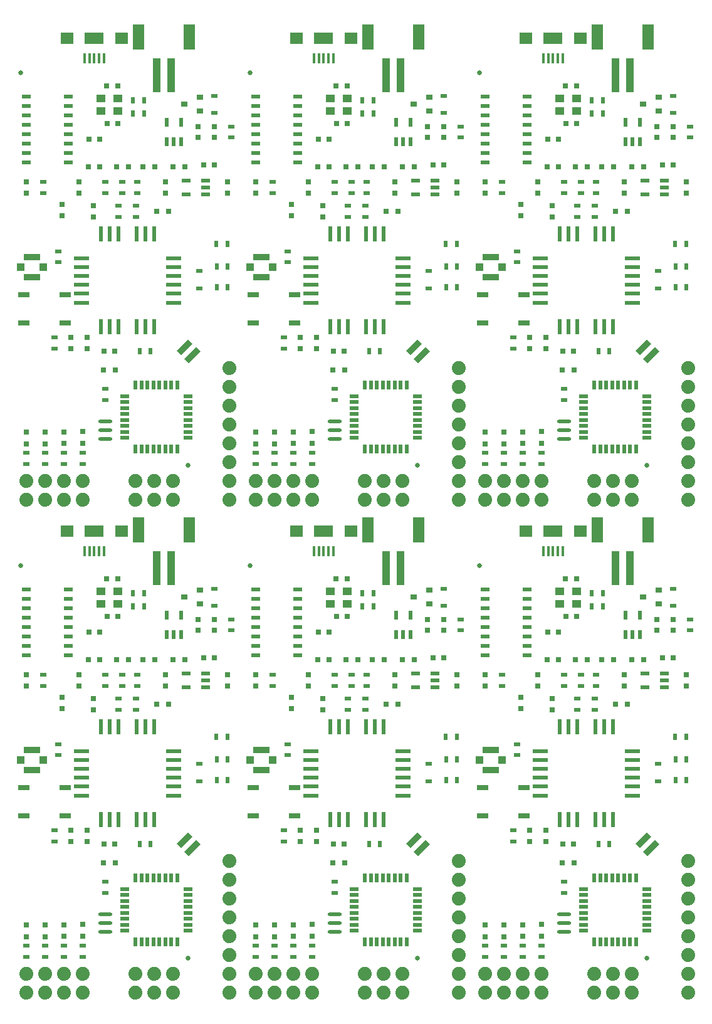
<source format=gtp>
G04 #@! TF.FileFunction,Paste,Top*
%FSLAX46Y46*%
G04 Gerber Fmt 4.6, Leading zero omitted, Abs format (unit mm)*
G04 Created by KiCad (PCBNEW 4.0.6) date 06/30/17 10:23:32*
%MOMM*%
%LPD*%
G01*
G04 APERTURE LIST*
%ADD10C,0.100000*%
%ADD11R,0.500000X0.900000*%
%ADD12R,1.198880X1.099820*%
%ADD13R,0.800000X0.750000*%
%ADD14R,0.900000X0.500000*%
%ADD15R,0.800000X0.800000*%
%ADD16R,0.750000X0.800000*%
%ADD17R,1.198880X0.548640*%
%ADD18R,0.548640X1.198880*%
%ADD19R,0.899160X0.797560*%
%ADD20R,0.828040X0.629920*%
%ADD21R,0.998220X4.599940*%
%ADD22R,1.597660X3.398520*%
%ADD23R,1.198880X0.599440*%
%ADD24C,0.635000*%
%ADD25R,0.398780X1.447800*%
%ADD26R,1.798320X1.498600*%
%ADD27R,2.499360X1.498600*%
%ADD28R,1.524000X0.762000*%
%ADD29R,2.199640X0.848360*%
%ADD30R,1.049020X0.998220*%
%ADD31O,1.905000X0.449580*%
%ADD32C,1.879600*%
%ADD33R,1.270000X0.558800*%
%ADD34R,0.558800X1.270000*%
%ADD35R,1.998980X0.599440*%
%ADD36R,0.599440X1.998980*%
G04 APERTURE END LIST*
D10*
D11*
X131720000Y-118274000D03*
X130220000Y-118274000D03*
X100732000Y-118274000D03*
X99232000Y-118274000D03*
X69744000Y-118274000D03*
X68244000Y-118274000D03*
X131720000Y-51726000D03*
X130220000Y-51726000D03*
X100732000Y-51726000D03*
X99232000Y-51726000D03*
D12*
X128173480Y-116220240D03*
X125826520Y-116220240D03*
X125826520Y-117967760D03*
X128173480Y-117967760D03*
X97185480Y-116220240D03*
X94838520Y-116220240D03*
X94838520Y-117967760D03*
X97185480Y-117967760D03*
X66197480Y-116220240D03*
X63850520Y-116220240D03*
X63850520Y-117967760D03*
X66197480Y-117967760D03*
X128173480Y-49672240D03*
X125826520Y-49672240D03*
X125826520Y-51419760D03*
X128173480Y-51419760D03*
X97185480Y-49672240D03*
X94838520Y-49672240D03*
X94838520Y-51419760D03*
X97185480Y-51419760D03*
D13*
X126670000Y-119674000D03*
X128170000Y-119674000D03*
X95682000Y-119674000D03*
X97182000Y-119674000D03*
X64694000Y-119674000D03*
X66194000Y-119674000D03*
X126670000Y-53126000D03*
X128170000Y-53126000D03*
X95682000Y-53126000D03*
X97182000Y-53126000D03*
D11*
X131720000Y-116524000D03*
X130220000Y-116524000D03*
X100732000Y-116524000D03*
X99232000Y-116524000D03*
X69744000Y-116524000D03*
X68244000Y-116524000D03*
X131720000Y-49976000D03*
X130220000Y-49976000D03*
X100732000Y-49976000D03*
X99232000Y-49976000D03*
D14*
X128720000Y-129020000D03*
X128720000Y-127520000D03*
X97732000Y-129020000D03*
X97732000Y-127520000D03*
X66744000Y-129020000D03*
X66744000Y-127520000D03*
X128720000Y-62472000D03*
X128720000Y-60972000D03*
X97732000Y-62472000D03*
X97732000Y-60972000D03*
X126492000Y-127520000D03*
X126492000Y-129020000D03*
X95504000Y-127520000D03*
X95504000Y-129020000D03*
X64516000Y-127520000D03*
X64516000Y-129020000D03*
X126492000Y-60972000D03*
X126492000Y-62472000D03*
X95504000Y-60972000D03*
X95504000Y-62472000D03*
D15*
X129578000Y-125476000D03*
X127978000Y-125476000D03*
X98590000Y-125476000D03*
X96990000Y-125476000D03*
X67602000Y-125476000D03*
X66002000Y-125476000D03*
X129578000Y-58928000D03*
X127978000Y-58928000D03*
X98590000Y-58928000D03*
X96990000Y-58928000D03*
D14*
X128220000Y-132224000D03*
X128220000Y-130724000D03*
X97232000Y-132224000D03*
X97232000Y-130724000D03*
X66244000Y-132224000D03*
X66244000Y-130724000D03*
X128220000Y-65676000D03*
X128220000Y-64176000D03*
X97232000Y-65676000D03*
X97232000Y-64176000D03*
X130620000Y-130724000D03*
X130620000Y-132224000D03*
X99632000Y-130724000D03*
X99632000Y-132224000D03*
X68644000Y-130724000D03*
X68644000Y-132224000D03*
X130620000Y-64176000D03*
X130620000Y-65676000D03*
X99632000Y-64176000D03*
X99632000Y-65676000D03*
X130810000Y-129020000D03*
X130810000Y-127520000D03*
X99822000Y-129020000D03*
X99822000Y-127520000D03*
X68834000Y-129020000D03*
X68834000Y-127520000D03*
X130810000Y-62472000D03*
X130810000Y-60972000D03*
X99822000Y-62472000D03*
X99822000Y-60972000D03*
D15*
X137198000Y-125476000D03*
X135598000Y-125476000D03*
X106210000Y-125476000D03*
X104610000Y-125476000D03*
X75222000Y-125476000D03*
X73622000Y-125476000D03*
X137198000Y-58928000D03*
X135598000Y-58928000D03*
X106210000Y-58928000D03*
X104610000Y-58928000D03*
D16*
X143002000Y-129020000D03*
X143002000Y-127520000D03*
X112014000Y-129020000D03*
X112014000Y-127520000D03*
X81026000Y-129020000D03*
X81026000Y-127520000D03*
X143002000Y-62472000D03*
X143002000Y-60972000D03*
X112014000Y-62472000D03*
X112014000Y-60972000D03*
D17*
X139981940Y-129219960D03*
X139981940Y-128270000D03*
X139981940Y-127320040D03*
X137386060Y-127320040D03*
X137386060Y-129219960D03*
X108993940Y-129219960D03*
X108993940Y-128270000D03*
X108993940Y-127320040D03*
X106398060Y-127320040D03*
X106398060Y-129219960D03*
X78005940Y-129219960D03*
X78005940Y-128270000D03*
X78005940Y-127320040D03*
X75410060Y-127320040D03*
X75410060Y-129219960D03*
X139981940Y-62671960D03*
X139981940Y-61722000D03*
X139981940Y-60772040D03*
X137386060Y-60772040D03*
X137386060Y-62671960D03*
X108993940Y-62671960D03*
X108993940Y-61722000D03*
X108993940Y-60772040D03*
X106398060Y-60772040D03*
X106398060Y-62671960D03*
D15*
X133420000Y-131474000D03*
X135020000Y-131474000D03*
X102432000Y-131474000D03*
X104032000Y-131474000D03*
X71444000Y-131474000D03*
X73044000Y-131474000D03*
X133420000Y-64926000D03*
X135020000Y-64926000D03*
X102432000Y-64926000D03*
X104032000Y-64926000D03*
X131534000Y-125476000D03*
X133134000Y-125476000D03*
X100546000Y-125476000D03*
X102146000Y-125476000D03*
X69558000Y-125476000D03*
X71158000Y-125476000D03*
X131534000Y-58928000D03*
X133134000Y-58928000D03*
X100546000Y-58928000D03*
X102146000Y-58928000D03*
D16*
X134620000Y-129020000D03*
X134620000Y-127520000D03*
X103632000Y-129020000D03*
X103632000Y-127520000D03*
X72644000Y-129020000D03*
X72644000Y-127520000D03*
X134620000Y-62472000D03*
X134620000Y-60972000D03*
X103632000Y-62472000D03*
X103632000Y-60972000D03*
D13*
X139712000Y-125222000D03*
X141212000Y-125222000D03*
X108724000Y-125222000D03*
X110224000Y-125222000D03*
X77736000Y-125222000D03*
X79236000Y-125222000D03*
X139712000Y-58674000D03*
X141212000Y-58674000D03*
X108724000Y-58674000D03*
X110224000Y-58674000D03*
D14*
X143470000Y-120024000D03*
X143470000Y-121524000D03*
X112482000Y-120024000D03*
X112482000Y-121524000D03*
X81494000Y-120024000D03*
X81494000Y-121524000D03*
X143470000Y-53476000D03*
X143470000Y-54976000D03*
X112482000Y-53476000D03*
X112482000Y-54976000D03*
D16*
X141220000Y-120024000D03*
X141220000Y-121524000D03*
X110232000Y-120024000D03*
X110232000Y-121524000D03*
X79244000Y-120024000D03*
X79244000Y-121524000D03*
X141220000Y-53476000D03*
X141220000Y-54976000D03*
X110232000Y-53476000D03*
X110232000Y-54976000D03*
D18*
X134770040Y-122071940D03*
X135720000Y-122071940D03*
X136669960Y-122071940D03*
X136669960Y-119476060D03*
X134770040Y-119476060D03*
X103782040Y-122071940D03*
X104732000Y-122071940D03*
X105681960Y-122071940D03*
X105681960Y-119476060D03*
X103782040Y-119476060D03*
X72794040Y-122071940D03*
X73744000Y-122071940D03*
X74693960Y-122071940D03*
X74693960Y-119476060D03*
X72794040Y-119476060D03*
X134770040Y-55523940D03*
X135720000Y-55523940D03*
X136669960Y-55523940D03*
X136669960Y-52928060D03*
X134770040Y-52928060D03*
X103782040Y-55523940D03*
X104732000Y-55523940D03*
X105681960Y-55523940D03*
X105681960Y-52928060D03*
X103782040Y-52928060D03*
D16*
X138970000Y-121524000D03*
X138970000Y-120024000D03*
X107982000Y-121524000D03*
X107982000Y-120024000D03*
X76994000Y-121524000D03*
X76994000Y-120024000D03*
X138970000Y-54976000D03*
X138970000Y-53476000D03*
X107982000Y-54976000D03*
X107982000Y-53476000D03*
D19*
X139218220Y-117973960D03*
X139218220Y-116074040D03*
X137120180Y-117024000D03*
X108230220Y-117973960D03*
X108230220Y-116074040D03*
X106132180Y-117024000D03*
X77242220Y-117973960D03*
X77242220Y-116074040D03*
X75144180Y-117024000D03*
X139218220Y-51425960D03*
X139218220Y-49526040D03*
X137120180Y-50476000D03*
X108230220Y-51425960D03*
X108230220Y-49526040D03*
X106132180Y-50476000D03*
D20*
X141220000Y-118172080D03*
X141220000Y-115875920D03*
X110232000Y-118172080D03*
X110232000Y-115875920D03*
X79244000Y-118172080D03*
X79244000Y-115875920D03*
X141220000Y-51624080D03*
X141220000Y-49327920D03*
X110232000Y-51624080D03*
X110232000Y-49327920D03*
D21*
X133367780Y-113146840D03*
X135364220Y-113146840D03*
D22*
X130967480Y-107950000D03*
X137764520Y-107950000D03*
D21*
X102379780Y-113146840D03*
X104376220Y-113146840D03*
D22*
X99979480Y-107950000D03*
X106776520Y-107950000D03*
D21*
X71391780Y-113146840D03*
X73388220Y-113146840D03*
D22*
X68991480Y-107950000D03*
X75788520Y-107950000D03*
D21*
X133367780Y-46598840D03*
X135364220Y-46598840D03*
D22*
X130967480Y-41402000D03*
X137764520Y-41402000D03*
D21*
X102379780Y-46598840D03*
X104376220Y-46598840D03*
D22*
X99979480Y-41402000D03*
X106776520Y-41402000D03*
D13*
X124220000Y-121774000D03*
X125720000Y-121774000D03*
X93232000Y-121774000D03*
X94732000Y-121774000D03*
X62244000Y-121774000D03*
X63744000Y-121774000D03*
X124220000Y-55226000D03*
X125720000Y-55226000D03*
X93232000Y-55226000D03*
X94732000Y-55226000D03*
D16*
X124820000Y-130724000D03*
X124820000Y-132224000D03*
X93832000Y-130724000D03*
X93832000Y-132224000D03*
X62844000Y-130724000D03*
X62844000Y-132224000D03*
X124820000Y-64176000D03*
X124820000Y-65676000D03*
X93832000Y-64176000D03*
X93832000Y-65676000D03*
X120650000Y-132068000D03*
X120650000Y-130568000D03*
X89662000Y-132068000D03*
X89662000Y-130568000D03*
X58674000Y-132068000D03*
X58674000Y-130568000D03*
X120650000Y-65520000D03*
X120650000Y-64020000D03*
X89662000Y-65520000D03*
X89662000Y-64020000D03*
D15*
X125730000Y-125476000D03*
X124130000Y-125476000D03*
X94742000Y-125476000D03*
X93142000Y-125476000D03*
X63754000Y-125476000D03*
X62154000Y-125476000D03*
X125730000Y-58928000D03*
X124130000Y-58928000D03*
X94742000Y-58928000D03*
X93142000Y-58928000D03*
D23*
X121417080Y-124841000D03*
X121417080Y-123571000D03*
X121417080Y-122301000D03*
X121417080Y-121031000D03*
X121417080Y-119761000D03*
X121417080Y-118491000D03*
X121417080Y-117221000D03*
X121417080Y-115951000D03*
X115818920Y-115951000D03*
X115818920Y-117221000D03*
X115818920Y-118491000D03*
X115818920Y-119761000D03*
X115818920Y-121031000D03*
X115818920Y-122301000D03*
X115818920Y-123571000D03*
X115818920Y-124841000D03*
X90429080Y-124841000D03*
X90429080Y-123571000D03*
X90429080Y-122301000D03*
X90429080Y-121031000D03*
X90429080Y-119761000D03*
X90429080Y-118491000D03*
X90429080Y-117221000D03*
X90429080Y-115951000D03*
X84830920Y-115951000D03*
X84830920Y-117221000D03*
X84830920Y-118491000D03*
X84830920Y-119761000D03*
X84830920Y-121031000D03*
X84830920Y-122301000D03*
X84830920Y-123571000D03*
X84830920Y-124841000D03*
X59441080Y-124841000D03*
X59441080Y-123571000D03*
X59441080Y-122301000D03*
X59441080Y-121031000D03*
X59441080Y-119761000D03*
X59441080Y-118491000D03*
X59441080Y-117221000D03*
X59441080Y-115951000D03*
X53842920Y-115951000D03*
X53842920Y-117221000D03*
X53842920Y-118491000D03*
X53842920Y-119761000D03*
X53842920Y-121031000D03*
X53842920Y-122301000D03*
X53842920Y-123571000D03*
X53842920Y-124841000D03*
X121417080Y-58293000D03*
X121417080Y-57023000D03*
X121417080Y-55753000D03*
X121417080Y-54483000D03*
X121417080Y-53213000D03*
X121417080Y-51943000D03*
X121417080Y-50673000D03*
X121417080Y-49403000D03*
X115818920Y-49403000D03*
X115818920Y-50673000D03*
X115818920Y-51943000D03*
X115818920Y-53213000D03*
X115818920Y-54483000D03*
X115818920Y-55753000D03*
X115818920Y-57023000D03*
X115818920Y-58293000D03*
X90429080Y-58293000D03*
X90429080Y-57023000D03*
X90429080Y-55753000D03*
X90429080Y-54483000D03*
X90429080Y-53213000D03*
X90429080Y-51943000D03*
X90429080Y-50673000D03*
X90429080Y-49403000D03*
X84830920Y-49403000D03*
X84830920Y-50673000D03*
X84830920Y-51943000D03*
X84830920Y-53213000D03*
X84830920Y-54483000D03*
X84830920Y-55753000D03*
X84830920Y-57023000D03*
X84830920Y-58293000D03*
D16*
X122936000Y-129020000D03*
X122936000Y-127520000D03*
X91948000Y-129020000D03*
X91948000Y-127520000D03*
X60960000Y-129020000D03*
X60960000Y-127520000D03*
X122936000Y-62472000D03*
X122936000Y-60972000D03*
X91948000Y-62472000D03*
X91948000Y-60972000D03*
X115824000Y-129020000D03*
X115824000Y-127520000D03*
X84836000Y-129020000D03*
X84836000Y-127520000D03*
X53848000Y-129020000D03*
X53848000Y-127520000D03*
X115824000Y-62472000D03*
X115824000Y-60972000D03*
X84836000Y-62472000D03*
X84836000Y-60972000D03*
D14*
X118110000Y-127520000D03*
X118110000Y-129020000D03*
X87122000Y-127520000D03*
X87122000Y-129020000D03*
X56134000Y-127520000D03*
X56134000Y-129020000D03*
X118110000Y-60972000D03*
X118110000Y-62472000D03*
X87122000Y-60972000D03*
X87122000Y-62472000D03*
D24*
X115062000Y-112776000D03*
X84074000Y-112776000D03*
X53086000Y-112776000D03*
X115062000Y-46228000D03*
X84074000Y-46228000D03*
D13*
X128120000Y-114554000D03*
X126620000Y-114554000D03*
X97132000Y-114554000D03*
X95632000Y-114554000D03*
X66144000Y-114554000D03*
X64644000Y-114554000D03*
X128120000Y-48006000D03*
X126620000Y-48006000D03*
X97132000Y-48006000D03*
X95632000Y-48006000D03*
D25*
X124968000Y-110799880D03*
X125615700Y-110799880D03*
X123670060Y-110799880D03*
X124320300Y-110799880D03*
D26*
X128651000Y-108077000D03*
X121285000Y-108077000D03*
D27*
X124968000Y-108077000D03*
D25*
X126265940Y-110799880D03*
X93980000Y-110799880D03*
X94627700Y-110799880D03*
X92682060Y-110799880D03*
X93332300Y-110799880D03*
D26*
X97663000Y-108077000D03*
X90297000Y-108077000D03*
D27*
X93980000Y-108077000D03*
D25*
X95277940Y-110799880D03*
X62992000Y-110799880D03*
X63639700Y-110799880D03*
X61694060Y-110799880D03*
X62344300Y-110799880D03*
D26*
X66675000Y-108077000D03*
X59309000Y-108077000D03*
D27*
X62992000Y-108077000D03*
D25*
X64289940Y-110799880D03*
X124968000Y-44251880D03*
X125615700Y-44251880D03*
X123670060Y-44251880D03*
X124320300Y-44251880D03*
D26*
X128651000Y-41529000D03*
X121285000Y-41529000D03*
D27*
X124968000Y-41529000D03*
D25*
X126265940Y-44251880D03*
X93980000Y-44251880D03*
X94627700Y-44251880D03*
X92682060Y-44251880D03*
X93332300Y-44251880D03*
D26*
X97663000Y-41529000D03*
X90297000Y-41529000D03*
D27*
X93980000Y-41529000D03*
D25*
X95277940Y-44251880D03*
D14*
X120070000Y-138374000D03*
X120070000Y-136874000D03*
X89082000Y-138374000D03*
X89082000Y-136874000D03*
X58094000Y-138374000D03*
X58094000Y-136874000D03*
X120070000Y-71826000D03*
X120070000Y-70326000D03*
X89082000Y-71826000D03*
X89082000Y-70326000D03*
D28*
X115426000Y-142769000D03*
X121014000Y-142769000D03*
X115426000Y-146579000D03*
X121014000Y-146579000D03*
X84438000Y-142769000D03*
X90026000Y-142769000D03*
X84438000Y-146579000D03*
X90026000Y-146579000D03*
X53450000Y-142769000D03*
X59038000Y-142769000D03*
X53450000Y-146579000D03*
X59038000Y-146579000D03*
X115426000Y-76221000D03*
X121014000Y-76221000D03*
X115426000Y-80031000D03*
X121014000Y-80031000D03*
X84438000Y-76221000D03*
X90026000Y-76221000D03*
X84438000Y-80031000D03*
X90026000Y-80031000D03*
D14*
X119620000Y-150024000D03*
X119620000Y-148524000D03*
X88632000Y-150024000D03*
X88632000Y-148524000D03*
X57644000Y-150024000D03*
X57644000Y-148524000D03*
X119620000Y-83476000D03*
X119620000Y-81976000D03*
X88632000Y-83476000D03*
X88632000Y-81976000D03*
D16*
X121820000Y-148524000D03*
X121820000Y-150024000D03*
X90832000Y-148524000D03*
X90832000Y-150024000D03*
X59844000Y-148524000D03*
X59844000Y-150024000D03*
X121820000Y-81976000D03*
X121820000Y-83476000D03*
X90832000Y-81976000D03*
X90832000Y-83476000D03*
D29*
X116570000Y-137649860D03*
X116570000Y-140398140D03*
D30*
X118094000Y-139024000D03*
X115046000Y-139024000D03*
D29*
X85582000Y-137649860D03*
X85582000Y-140398140D03*
D30*
X87106000Y-139024000D03*
X84058000Y-139024000D03*
D29*
X54594000Y-137649860D03*
X54594000Y-140398140D03*
D30*
X56118000Y-139024000D03*
X53070000Y-139024000D03*
D29*
X116570000Y-71101860D03*
X116570000Y-73850140D03*
D30*
X118094000Y-72476000D03*
X115046000Y-72476000D03*
D29*
X85582000Y-71101860D03*
X85582000Y-73850140D03*
D30*
X87106000Y-72476000D03*
X84058000Y-72476000D03*
D15*
X123444000Y-162814000D03*
X123444000Y-161214000D03*
X92456000Y-162814000D03*
X92456000Y-161214000D03*
X61468000Y-162814000D03*
X61468000Y-161214000D03*
X123444000Y-96266000D03*
X123444000Y-94666000D03*
X92456000Y-96266000D03*
X92456000Y-94666000D03*
X118364000Y-162890000D03*
X118364000Y-161290000D03*
X87376000Y-162890000D03*
X87376000Y-161290000D03*
X56388000Y-162890000D03*
X56388000Y-161290000D03*
X118364000Y-96342000D03*
X118364000Y-94742000D03*
X87376000Y-96342000D03*
X87376000Y-94742000D03*
X120904000Y-162852000D03*
X120904000Y-161252000D03*
X89916000Y-162852000D03*
X89916000Y-161252000D03*
X58928000Y-162852000D03*
X58928000Y-161252000D03*
X120904000Y-96304000D03*
X120904000Y-94704000D03*
X89916000Y-96304000D03*
X89916000Y-94704000D03*
D14*
X126492000Y-155460000D03*
X126492000Y-156960000D03*
X95504000Y-155460000D03*
X95504000Y-156960000D03*
X64516000Y-155460000D03*
X64516000Y-156960000D03*
X126492000Y-88912000D03*
X126492000Y-90412000D03*
X95504000Y-88912000D03*
X95504000Y-90412000D03*
D31*
X126492000Y-159837120D03*
X126492000Y-161036000D03*
X126492000Y-162234880D03*
X95504000Y-159837120D03*
X95504000Y-161036000D03*
X95504000Y-162234880D03*
X64516000Y-159837120D03*
X64516000Y-161036000D03*
X64516000Y-162234880D03*
X126492000Y-93289120D03*
X126492000Y-94488000D03*
X126492000Y-95686880D03*
X95504000Y-93289120D03*
X95504000Y-94488000D03*
X95504000Y-95686880D03*
D15*
X126200000Y-152908000D03*
X127800000Y-152908000D03*
X95212000Y-152908000D03*
X96812000Y-152908000D03*
X64224000Y-152908000D03*
X65824000Y-152908000D03*
X126200000Y-86360000D03*
X127800000Y-86360000D03*
X95212000Y-86360000D03*
X96812000Y-86360000D03*
D14*
X120904000Y-165584000D03*
X120904000Y-164084000D03*
X89916000Y-165584000D03*
X89916000Y-164084000D03*
X58928000Y-165584000D03*
X58928000Y-164084000D03*
X120904000Y-99036000D03*
X120904000Y-97536000D03*
X89916000Y-99036000D03*
X89916000Y-97536000D03*
X123444000Y-165596000D03*
X123444000Y-164096000D03*
X92456000Y-165596000D03*
X92456000Y-164096000D03*
X61468000Y-165596000D03*
X61468000Y-164096000D03*
X123444000Y-99048000D03*
X123444000Y-97548000D03*
X92456000Y-99048000D03*
X92456000Y-97548000D03*
D32*
X115824000Y-170434000D03*
X115824000Y-167894000D03*
X118364000Y-170434000D03*
X118364000Y-167894000D03*
X120904000Y-170434000D03*
X120904000Y-167894000D03*
X123444000Y-170434000D03*
X123444000Y-167894000D03*
X84836000Y-170434000D03*
X84836000Y-167894000D03*
X87376000Y-170434000D03*
X87376000Y-167894000D03*
X89916000Y-170434000D03*
X89916000Y-167894000D03*
X92456000Y-170434000D03*
X92456000Y-167894000D03*
X53848000Y-170434000D03*
X53848000Y-167894000D03*
X56388000Y-170434000D03*
X56388000Y-167894000D03*
X58928000Y-170434000D03*
X58928000Y-167894000D03*
X61468000Y-170434000D03*
X61468000Y-167894000D03*
X115824000Y-103886000D03*
X115824000Y-101346000D03*
X118364000Y-103886000D03*
X118364000Y-101346000D03*
X120904000Y-103886000D03*
X120904000Y-101346000D03*
X123444000Y-103886000D03*
X123444000Y-101346000D03*
X84836000Y-103886000D03*
X84836000Y-101346000D03*
X87376000Y-103886000D03*
X87376000Y-101346000D03*
X89916000Y-103886000D03*
X89916000Y-101346000D03*
X92456000Y-103886000D03*
X92456000Y-101346000D03*
D14*
X115824000Y-165596000D03*
X115824000Y-164096000D03*
X84836000Y-165596000D03*
X84836000Y-164096000D03*
X53848000Y-165596000D03*
X53848000Y-164096000D03*
X115824000Y-99048000D03*
X115824000Y-97548000D03*
X84836000Y-99048000D03*
X84836000Y-97548000D03*
X118364000Y-165608000D03*
X118364000Y-164108000D03*
X87376000Y-165608000D03*
X87376000Y-164108000D03*
X56388000Y-165608000D03*
X56388000Y-164108000D03*
X118364000Y-99060000D03*
X118364000Y-97560000D03*
X87376000Y-99060000D03*
X87376000Y-97560000D03*
D15*
X115824000Y-162890000D03*
X115824000Y-161290000D03*
X84836000Y-162890000D03*
X84836000Y-161290000D03*
X53848000Y-162890000D03*
X53848000Y-161290000D03*
X115824000Y-96342000D03*
X115824000Y-94742000D03*
X84836000Y-96342000D03*
X84836000Y-94742000D03*
D11*
X142990000Y-138938000D03*
X141490000Y-138938000D03*
X112002000Y-138938000D03*
X110502000Y-138938000D03*
X81014000Y-138938000D03*
X79514000Y-138938000D03*
X142990000Y-72390000D03*
X141490000Y-72390000D03*
X112002000Y-72390000D03*
X110502000Y-72390000D03*
X141490000Y-141732000D03*
X142990000Y-141732000D03*
X110502000Y-141732000D03*
X112002000Y-141732000D03*
X79514000Y-141732000D03*
X81014000Y-141732000D03*
X141490000Y-75184000D03*
X142990000Y-75184000D03*
X110502000Y-75184000D03*
X112002000Y-75184000D03*
D10*
G36*
X137727093Y-151981158D02*
X137127212Y-151381277D01*
X138716717Y-149791772D01*
X139316598Y-150391653D01*
X137727093Y-151981158D01*
X137727093Y-151981158D01*
G37*
G36*
X136667423Y-150921488D02*
X136067542Y-150321607D01*
X137657047Y-148732102D01*
X138256928Y-149331983D01*
X136667423Y-150921488D01*
X136667423Y-150921488D01*
G37*
G36*
X106739093Y-151981158D02*
X106139212Y-151381277D01*
X107728717Y-149791772D01*
X108328598Y-150391653D01*
X106739093Y-151981158D01*
X106739093Y-151981158D01*
G37*
G36*
X105679423Y-150921488D02*
X105079542Y-150321607D01*
X106669047Y-148732102D01*
X107268928Y-149331983D01*
X105679423Y-150921488D01*
X105679423Y-150921488D01*
G37*
G36*
X75751093Y-151981158D02*
X75151212Y-151381277D01*
X76740717Y-149791772D01*
X77340598Y-150391653D01*
X75751093Y-151981158D01*
X75751093Y-151981158D01*
G37*
G36*
X74691423Y-150921488D02*
X74091542Y-150321607D01*
X75681047Y-148732102D01*
X76280928Y-149331983D01*
X74691423Y-150921488D01*
X74691423Y-150921488D01*
G37*
G36*
X137727093Y-85433158D02*
X137127212Y-84833277D01*
X138716717Y-83243772D01*
X139316598Y-83843653D01*
X137727093Y-85433158D01*
X137727093Y-85433158D01*
G37*
G36*
X136667423Y-84373488D02*
X136067542Y-83773607D01*
X137657047Y-82184102D01*
X138256928Y-82783983D01*
X136667423Y-84373488D01*
X136667423Y-84373488D01*
G37*
G36*
X106739093Y-85433158D02*
X106139212Y-84833277D01*
X107728717Y-83243772D01*
X108328598Y-83843653D01*
X106739093Y-85433158D01*
X106739093Y-85433158D01*
G37*
G36*
X105679423Y-84373488D02*
X105079542Y-83773607D01*
X106669047Y-82184102D01*
X107268928Y-82783983D01*
X105679423Y-84373488D01*
X105679423Y-84373488D01*
G37*
D11*
X141478000Y-135890000D03*
X142978000Y-135890000D03*
X110490000Y-135890000D03*
X111990000Y-135890000D03*
X79502000Y-135890000D03*
X81002000Y-135890000D03*
X141478000Y-69342000D03*
X142978000Y-69342000D03*
X110490000Y-69342000D03*
X111990000Y-69342000D03*
D20*
X139192000Y-139567920D03*
X139192000Y-141864080D03*
X108204000Y-139567920D03*
X108204000Y-141864080D03*
X77216000Y-139567920D03*
X77216000Y-141864080D03*
X139192000Y-73019920D03*
X139192000Y-75316080D03*
X108204000Y-73019920D03*
X108204000Y-75316080D03*
D32*
X143256000Y-160274000D03*
X143256000Y-157734000D03*
X143256000Y-155194000D03*
X143256000Y-152654000D03*
X112268000Y-160274000D03*
X112268000Y-157734000D03*
X112268000Y-155194000D03*
X112268000Y-152654000D03*
X81280000Y-160274000D03*
X81280000Y-157734000D03*
X81280000Y-155194000D03*
X81280000Y-152654000D03*
X143256000Y-93726000D03*
X143256000Y-91186000D03*
X143256000Y-88646000D03*
X143256000Y-86106000D03*
X112268000Y-93726000D03*
X112268000Y-91186000D03*
X112268000Y-88646000D03*
X112268000Y-86106000D03*
D24*
X137668000Y-165735000D03*
X106680000Y-165735000D03*
X75692000Y-165735000D03*
X137668000Y-99187000D03*
X106680000Y-99187000D03*
D32*
X143256000Y-170434000D03*
X143256000Y-167894000D03*
X143256000Y-165354000D03*
X143256000Y-162814000D03*
X112268000Y-170434000D03*
X112268000Y-167894000D03*
X112268000Y-165354000D03*
X112268000Y-162814000D03*
X81280000Y-170434000D03*
X81280000Y-167894000D03*
X81280000Y-165354000D03*
X81280000Y-162814000D03*
X143256000Y-103886000D03*
X143256000Y-101346000D03*
X143256000Y-98806000D03*
X143256000Y-96266000D03*
X112268000Y-103886000D03*
X112268000Y-101346000D03*
X112268000Y-98806000D03*
X112268000Y-96266000D03*
X135636000Y-167894000D03*
X135636000Y-170434000D03*
X133096000Y-167894000D03*
X133096000Y-170434000D03*
X130556000Y-167894000D03*
X130556000Y-170434000D03*
X104648000Y-167894000D03*
X104648000Y-170434000D03*
X102108000Y-167894000D03*
X102108000Y-170434000D03*
X99568000Y-167894000D03*
X99568000Y-170434000D03*
X73660000Y-167894000D03*
X73660000Y-170434000D03*
X71120000Y-167894000D03*
X71120000Y-170434000D03*
X68580000Y-167894000D03*
X68580000Y-170434000D03*
X135636000Y-101346000D03*
X135636000Y-103886000D03*
X133096000Y-101346000D03*
X133096000Y-103886000D03*
X130556000Y-101346000D03*
X130556000Y-103886000D03*
X104648000Y-101346000D03*
X104648000Y-103886000D03*
X102108000Y-101346000D03*
X102108000Y-103886000D03*
X99568000Y-101346000D03*
X99568000Y-103886000D03*
D33*
X129057400Y-156458920D03*
X129057400Y-157259020D03*
X129057400Y-158059120D03*
X129057400Y-158859220D03*
X129057400Y-159656780D03*
X129057400Y-160456880D03*
X129057400Y-161256980D03*
X129057400Y-162057080D03*
D34*
X130550920Y-163550600D03*
X131351020Y-163550600D03*
X132151120Y-163550600D03*
X132951220Y-163550600D03*
X133748780Y-163550600D03*
X134548880Y-163550600D03*
X135348980Y-163550600D03*
X136149080Y-163550600D03*
D33*
X137642600Y-162057080D03*
X137642600Y-161256980D03*
X137642600Y-160456880D03*
X137642600Y-159656780D03*
X137642600Y-158859220D03*
X137642600Y-158059120D03*
X137642600Y-157259020D03*
X137642600Y-156458920D03*
D34*
X136149080Y-154965400D03*
X135348980Y-154965400D03*
X134548880Y-154965400D03*
X133748780Y-154965400D03*
X132951220Y-154965400D03*
X132151120Y-154965400D03*
X131351020Y-154965400D03*
X130550920Y-154965400D03*
D33*
X98069400Y-156458920D03*
X98069400Y-157259020D03*
X98069400Y-158059120D03*
X98069400Y-158859220D03*
X98069400Y-159656780D03*
X98069400Y-160456880D03*
X98069400Y-161256980D03*
X98069400Y-162057080D03*
D34*
X99562920Y-163550600D03*
X100363020Y-163550600D03*
X101163120Y-163550600D03*
X101963220Y-163550600D03*
X102760780Y-163550600D03*
X103560880Y-163550600D03*
X104360980Y-163550600D03*
X105161080Y-163550600D03*
D33*
X106654600Y-162057080D03*
X106654600Y-161256980D03*
X106654600Y-160456880D03*
X106654600Y-159656780D03*
X106654600Y-158859220D03*
X106654600Y-158059120D03*
X106654600Y-157259020D03*
X106654600Y-156458920D03*
D34*
X105161080Y-154965400D03*
X104360980Y-154965400D03*
X103560880Y-154965400D03*
X102760780Y-154965400D03*
X101963220Y-154965400D03*
X101163120Y-154965400D03*
X100363020Y-154965400D03*
X99562920Y-154965400D03*
D33*
X67081400Y-156458920D03*
X67081400Y-157259020D03*
X67081400Y-158059120D03*
X67081400Y-158859220D03*
X67081400Y-159656780D03*
X67081400Y-160456880D03*
X67081400Y-161256980D03*
X67081400Y-162057080D03*
D34*
X68574920Y-163550600D03*
X69375020Y-163550600D03*
X70175120Y-163550600D03*
X70975220Y-163550600D03*
X71772780Y-163550600D03*
X72572880Y-163550600D03*
X73372980Y-163550600D03*
X74173080Y-163550600D03*
D33*
X75666600Y-162057080D03*
X75666600Y-161256980D03*
X75666600Y-160456880D03*
X75666600Y-159656780D03*
X75666600Y-158859220D03*
X75666600Y-158059120D03*
X75666600Y-157259020D03*
X75666600Y-156458920D03*
D34*
X74173080Y-154965400D03*
X73372980Y-154965400D03*
X72572880Y-154965400D03*
X71772780Y-154965400D03*
X70975220Y-154965400D03*
X70175120Y-154965400D03*
X69375020Y-154965400D03*
X68574920Y-154965400D03*
D33*
X129057400Y-89910920D03*
X129057400Y-90711020D03*
X129057400Y-91511120D03*
X129057400Y-92311220D03*
X129057400Y-93108780D03*
X129057400Y-93908880D03*
X129057400Y-94708980D03*
X129057400Y-95509080D03*
D34*
X130550920Y-97002600D03*
X131351020Y-97002600D03*
X132151120Y-97002600D03*
X132951220Y-97002600D03*
X133748780Y-97002600D03*
X134548880Y-97002600D03*
X135348980Y-97002600D03*
X136149080Y-97002600D03*
D33*
X137642600Y-95509080D03*
X137642600Y-94708980D03*
X137642600Y-93908880D03*
X137642600Y-93108780D03*
X137642600Y-92311220D03*
X137642600Y-91511120D03*
X137642600Y-90711020D03*
X137642600Y-89910920D03*
D34*
X136149080Y-88417400D03*
X135348980Y-88417400D03*
X134548880Y-88417400D03*
X133748780Y-88417400D03*
X132951220Y-88417400D03*
X132151120Y-88417400D03*
X131351020Y-88417400D03*
X130550920Y-88417400D03*
D33*
X98069400Y-89910920D03*
X98069400Y-90711020D03*
X98069400Y-91511120D03*
X98069400Y-92311220D03*
X98069400Y-93108780D03*
X98069400Y-93908880D03*
X98069400Y-94708980D03*
X98069400Y-95509080D03*
D34*
X99562920Y-97002600D03*
X100363020Y-97002600D03*
X101163120Y-97002600D03*
X101963220Y-97002600D03*
X102760780Y-97002600D03*
X103560880Y-97002600D03*
X104360980Y-97002600D03*
X105161080Y-97002600D03*
D33*
X106654600Y-95509080D03*
X106654600Y-94708980D03*
X106654600Y-93908880D03*
X106654600Y-93108780D03*
X106654600Y-92311220D03*
X106654600Y-91511120D03*
X106654600Y-90711020D03*
X106654600Y-89910920D03*
D34*
X105161080Y-88417400D03*
X104360980Y-88417400D03*
X103560880Y-88417400D03*
X102760780Y-88417400D03*
X101963220Y-88417400D03*
X101163120Y-88417400D03*
X100363020Y-88417400D03*
X99562920Y-88417400D03*
D35*
X123202700Y-137817860D03*
X123202700Y-139019280D03*
X123202700Y-140218160D03*
X123202700Y-141417040D03*
X123202700Y-142615920D03*
X123202700Y-143817340D03*
D36*
X125851920Y-147066000D03*
X127053340Y-147066000D03*
X128252220Y-147066000D03*
X130649980Y-147066000D03*
X131848860Y-147066000D03*
X133050280Y-147066000D03*
D35*
X135699500Y-143817340D03*
X135699500Y-142615920D03*
X135699500Y-141417040D03*
X135699500Y-140218160D03*
X135699500Y-139019280D03*
X135699500Y-137817860D03*
D36*
X133050280Y-134569200D03*
X131848860Y-134569200D03*
X130649980Y-134569200D03*
X128252220Y-134569200D03*
X127053340Y-134569200D03*
X125851920Y-134569200D03*
D35*
X92214700Y-137817860D03*
X92214700Y-139019280D03*
X92214700Y-140218160D03*
X92214700Y-141417040D03*
X92214700Y-142615920D03*
X92214700Y-143817340D03*
D36*
X94863920Y-147066000D03*
X96065340Y-147066000D03*
X97264220Y-147066000D03*
X99661980Y-147066000D03*
X100860860Y-147066000D03*
X102062280Y-147066000D03*
D35*
X104711500Y-143817340D03*
X104711500Y-142615920D03*
X104711500Y-141417040D03*
X104711500Y-140218160D03*
X104711500Y-139019280D03*
X104711500Y-137817860D03*
D36*
X102062280Y-134569200D03*
X100860860Y-134569200D03*
X99661980Y-134569200D03*
X97264220Y-134569200D03*
X96065340Y-134569200D03*
X94863920Y-134569200D03*
D35*
X61226700Y-137817860D03*
X61226700Y-139019280D03*
X61226700Y-140218160D03*
X61226700Y-141417040D03*
X61226700Y-142615920D03*
X61226700Y-143817340D03*
D36*
X63875920Y-147066000D03*
X65077340Y-147066000D03*
X66276220Y-147066000D03*
X68673980Y-147066000D03*
X69872860Y-147066000D03*
X71074280Y-147066000D03*
D35*
X73723500Y-143817340D03*
X73723500Y-142615920D03*
X73723500Y-141417040D03*
X73723500Y-140218160D03*
X73723500Y-139019280D03*
X73723500Y-137817860D03*
D36*
X71074280Y-134569200D03*
X69872860Y-134569200D03*
X68673980Y-134569200D03*
X66276220Y-134569200D03*
X65077340Y-134569200D03*
X63875920Y-134569200D03*
D35*
X123202700Y-71269860D03*
X123202700Y-72471280D03*
X123202700Y-73670160D03*
X123202700Y-74869040D03*
X123202700Y-76067920D03*
X123202700Y-77269340D03*
D36*
X125851920Y-80518000D03*
X127053340Y-80518000D03*
X128252220Y-80518000D03*
X130649980Y-80518000D03*
X131848860Y-80518000D03*
X133050280Y-80518000D03*
D35*
X135699500Y-77269340D03*
X135699500Y-76067920D03*
X135699500Y-74869040D03*
X135699500Y-73670160D03*
X135699500Y-72471280D03*
X135699500Y-71269860D03*
D36*
X133050280Y-68021200D03*
X131848860Y-68021200D03*
X130649980Y-68021200D03*
X128252220Y-68021200D03*
X127053340Y-68021200D03*
X125851920Y-68021200D03*
D35*
X92214700Y-71269860D03*
X92214700Y-72471280D03*
X92214700Y-73670160D03*
X92214700Y-74869040D03*
X92214700Y-76067920D03*
X92214700Y-77269340D03*
D36*
X94863920Y-80518000D03*
X96065340Y-80518000D03*
X97264220Y-80518000D03*
X99661980Y-80518000D03*
X100860860Y-80518000D03*
X102062280Y-80518000D03*
D35*
X104711500Y-77269340D03*
X104711500Y-76067920D03*
X104711500Y-74869040D03*
X104711500Y-73670160D03*
X104711500Y-72471280D03*
X104711500Y-71269860D03*
D36*
X102062280Y-68021200D03*
X100860860Y-68021200D03*
X99661980Y-68021200D03*
X97264220Y-68021200D03*
X96065340Y-68021200D03*
X94863920Y-68021200D03*
D16*
X124020000Y-148524000D03*
X124020000Y-150024000D03*
X93032000Y-148524000D03*
X93032000Y-150024000D03*
X62044000Y-148524000D03*
X62044000Y-150024000D03*
X124020000Y-81976000D03*
X124020000Y-83476000D03*
X93032000Y-81976000D03*
X93032000Y-83476000D03*
D11*
X132576000Y-150368000D03*
X131076000Y-150368000D03*
X101588000Y-150368000D03*
X100088000Y-150368000D03*
X70600000Y-150368000D03*
X69100000Y-150368000D03*
X132576000Y-83820000D03*
X131076000Y-83820000D03*
X101588000Y-83820000D03*
X100088000Y-83820000D03*
D13*
X126262000Y-150368000D03*
X127762000Y-150368000D03*
X95274000Y-150368000D03*
X96774000Y-150368000D03*
X64286000Y-150368000D03*
X65786000Y-150368000D03*
X126262000Y-83820000D03*
X127762000Y-83820000D03*
X95274000Y-83820000D03*
X96774000Y-83820000D03*
D31*
X64516000Y-93289120D03*
X64516000Y-94488000D03*
X64516000Y-95686880D03*
D20*
X79244000Y-51624080D03*
X79244000Y-49327920D03*
D19*
X77242220Y-51425960D03*
X77242220Y-49526040D03*
X75144180Y-50476000D03*
D11*
X69744000Y-49976000D03*
X68244000Y-49976000D03*
X69744000Y-51726000D03*
X68244000Y-51726000D03*
D12*
X66197480Y-49672240D03*
X63850520Y-49672240D03*
X63850520Y-51419760D03*
X66197480Y-51419760D03*
D13*
X64694000Y-53126000D03*
X66194000Y-53126000D03*
X66144000Y-48006000D03*
X64644000Y-48006000D03*
D14*
X66744000Y-62472000D03*
X66744000Y-60972000D03*
D13*
X62244000Y-55226000D03*
X63744000Y-55226000D03*
D16*
X76994000Y-54976000D03*
X76994000Y-53476000D03*
X79244000Y-53476000D03*
X79244000Y-54976000D03*
D18*
X72794040Y-55523940D03*
X73744000Y-55523940D03*
X74693960Y-55523940D03*
X74693960Y-52928060D03*
X72794040Y-52928060D03*
D14*
X81494000Y-53476000D03*
X81494000Y-54976000D03*
D15*
X75222000Y-58928000D03*
X73622000Y-58928000D03*
X71444000Y-64926000D03*
X73044000Y-64926000D03*
D16*
X72644000Y-62472000D03*
X72644000Y-60972000D03*
D15*
X69558000Y-58928000D03*
X71158000Y-58928000D03*
D14*
X68644000Y-64176000D03*
X68644000Y-65676000D03*
X68834000Y-62472000D03*
X68834000Y-60972000D03*
X58094000Y-71826000D03*
X58094000Y-70326000D03*
D16*
X62844000Y-64176000D03*
X62844000Y-65676000D03*
D14*
X66244000Y-65676000D03*
X66244000Y-64176000D03*
D16*
X58674000Y-65520000D03*
X58674000Y-64020000D03*
D15*
X63754000Y-58928000D03*
X62154000Y-58928000D03*
D16*
X60960000Y-62472000D03*
X60960000Y-60972000D03*
D15*
X67602000Y-58928000D03*
X66002000Y-58928000D03*
D14*
X64516000Y-60972000D03*
X64516000Y-62472000D03*
D28*
X53450000Y-76221000D03*
X59038000Y-76221000D03*
X53450000Y-80031000D03*
X59038000Y-80031000D03*
D21*
X71391780Y-46598840D03*
X73388220Y-46598840D03*
D22*
X68991480Y-41402000D03*
X75788520Y-41402000D03*
D24*
X53086000Y-46228000D03*
D35*
X61226700Y-71269860D03*
X61226700Y-72471280D03*
X61226700Y-73670160D03*
X61226700Y-74869040D03*
X61226700Y-76067920D03*
X61226700Y-77269340D03*
D36*
X63875920Y-80518000D03*
X65077340Y-80518000D03*
X66276220Y-80518000D03*
X68673980Y-80518000D03*
X69872860Y-80518000D03*
X71074280Y-80518000D03*
D35*
X73723500Y-77269340D03*
X73723500Y-76067920D03*
X73723500Y-74869040D03*
X73723500Y-73670160D03*
X73723500Y-72471280D03*
X73723500Y-71269860D03*
D36*
X71074280Y-68021200D03*
X69872860Y-68021200D03*
X68673980Y-68021200D03*
X66276220Y-68021200D03*
X65077340Y-68021200D03*
X63875920Y-68021200D03*
D11*
X79502000Y-69342000D03*
X81002000Y-69342000D03*
X81014000Y-72390000D03*
X79514000Y-72390000D03*
X79514000Y-75184000D03*
X81014000Y-75184000D03*
D13*
X77736000Y-58674000D03*
X79236000Y-58674000D03*
X64286000Y-83820000D03*
X65786000Y-83820000D03*
D16*
X53848000Y-62472000D03*
X53848000Y-60972000D03*
X59844000Y-81976000D03*
X59844000Y-83476000D03*
X62044000Y-81976000D03*
X62044000Y-83476000D03*
D32*
X53848000Y-103886000D03*
X53848000Y-101346000D03*
X56388000Y-103886000D03*
X56388000Y-101346000D03*
X58928000Y-103886000D03*
X58928000Y-101346000D03*
X61468000Y-103886000D03*
X61468000Y-101346000D03*
D14*
X56388000Y-99060000D03*
X56388000Y-97560000D03*
X61468000Y-99048000D03*
X61468000Y-97548000D03*
X64516000Y-88912000D03*
X64516000Y-90412000D03*
D23*
X59441080Y-58293000D03*
X59441080Y-57023000D03*
X59441080Y-55753000D03*
X59441080Y-54483000D03*
X59441080Y-53213000D03*
X59441080Y-51943000D03*
X59441080Y-50673000D03*
X59441080Y-49403000D03*
X53842920Y-49403000D03*
X53842920Y-50673000D03*
X53842920Y-51943000D03*
X53842920Y-53213000D03*
X53842920Y-54483000D03*
X53842920Y-55753000D03*
X53842920Y-57023000D03*
X53842920Y-58293000D03*
D33*
X67081400Y-89910920D03*
X67081400Y-90711020D03*
X67081400Y-91511120D03*
X67081400Y-92311220D03*
X67081400Y-93108780D03*
X67081400Y-93908880D03*
X67081400Y-94708980D03*
X67081400Y-95509080D03*
D34*
X68574920Y-97002600D03*
X69375020Y-97002600D03*
X70175120Y-97002600D03*
X70975220Y-97002600D03*
X71772780Y-97002600D03*
X72572880Y-97002600D03*
X73372980Y-97002600D03*
X74173080Y-97002600D03*
D33*
X75666600Y-95509080D03*
X75666600Y-94708980D03*
X75666600Y-93908880D03*
X75666600Y-93108780D03*
X75666600Y-92311220D03*
X75666600Y-91511120D03*
X75666600Y-90711020D03*
X75666600Y-89910920D03*
D34*
X74173080Y-88417400D03*
X73372980Y-88417400D03*
X72572880Y-88417400D03*
X71772780Y-88417400D03*
X70975220Y-88417400D03*
X70175120Y-88417400D03*
X69375020Y-88417400D03*
X68574920Y-88417400D03*
D32*
X81280000Y-103886000D03*
X81280000Y-101346000D03*
X81280000Y-98806000D03*
X81280000Y-96266000D03*
D10*
G36*
X75751093Y-85433158D02*
X75151212Y-84833277D01*
X76740717Y-83243772D01*
X77340598Y-83843653D01*
X75751093Y-85433158D01*
X75751093Y-85433158D01*
G37*
G36*
X74691423Y-84373488D02*
X74091542Y-83773607D01*
X75681047Y-82184102D01*
X76280928Y-82783983D01*
X74691423Y-84373488D01*
X74691423Y-84373488D01*
G37*
D20*
X77216000Y-73019920D03*
X77216000Y-75316080D03*
D15*
X53848000Y-96342000D03*
X53848000Y-94742000D03*
X56388000Y-96342000D03*
X56388000Y-94742000D03*
X58928000Y-96304000D03*
X58928000Y-94704000D03*
X61468000Y-96266000D03*
X61468000Y-94666000D03*
X64224000Y-86360000D03*
X65824000Y-86360000D03*
D14*
X57644000Y-83476000D03*
X57644000Y-81976000D03*
D29*
X54594000Y-71101860D03*
X54594000Y-73850140D03*
D30*
X56118000Y-72476000D03*
X53070000Y-72476000D03*
D25*
X62992000Y-44251880D03*
X63639700Y-44251880D03*
X61694060Y-44251880D03*
X62344300Y-44251880D03*
D26*
X66675000Y-41529000D03*
X59309000Y-41529000D03*
D27*
X62992000Y-41529000D03*
D25*
X64289940Y-44251880D03*
D32*
X73660000Y-101346000D03*
X73660000Y-103886000D03*
X71120000Y-101346000D03*
X71120000Y-103886000D03*
X68580000Y-101346000D03*
X68580000Y-103886000D03*
X81280000Y-93726000D03*
X81280000Y-91186000D03*
X81280000Y-88646000D03*
X81280000Y-86106000D03*
D24*
X75692000Y-99187000D03*
D14*
X56134000Y-60972000D03*
X56134000Y-62472000D03*
D11*
X70600000Y-83820000D03*
X69100000Y-83820000D03*
D14*
X53848000Y-99048000D03*
X53848000Y-97548000D03*
X58928000Y-99036000D03*
X58928000Y-97536000D03*
D16*
X81026000Y-62472000D03*
X81026000Y-60972000D03*
D17*
X78005940Y-62671960D03*
X78005940Y-61722000D03*
X78005940Y-60772040D03*
X75410060Y-60772040D03*
X75410060Y-62671960D03*
M02*

</source>
